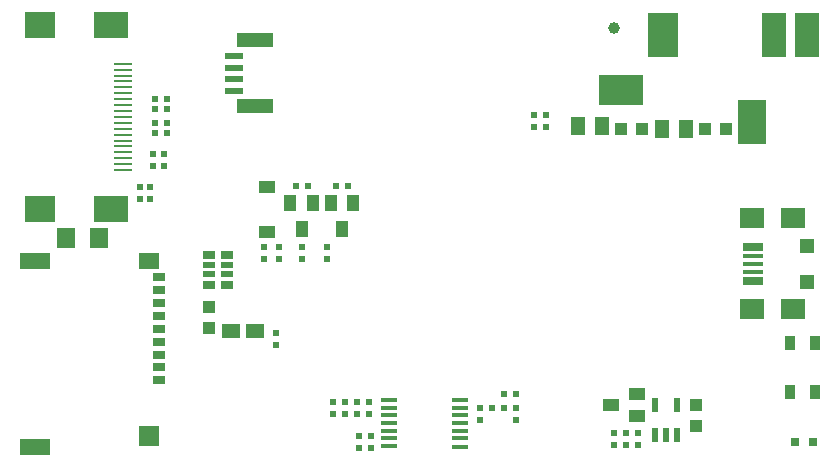
<source format=gbr>
G04 #@! TF.GenerationSoftware,KiCad,Pcbnew,5.1.0-rc2-unknown-036be7d~80~ubuntu16.04.1*
G04 #@! TF.CreationDate,2023-11-01T16:14:12+02:00*
G04 #@! TF.ProjectId,RP2040-PICO-PC_rev_D,52503230-3430-42d5-9049-434f2d50435f,D*
G04 #@! TF.SameCoordinates,Original*
G04 #@! TF.FileFunction,Paste,Top*
G04 #@! TF.FilePolarity,Positive*
%FSLAX46Y46*%
G04 Gerber Fmt 4.6, Leading zero omitted, Abs format (unit mm)*
G04 Created by KiCad (PCBNEW 5.1.0-rc2-unknown-036be7d~80~ubuntu16.04.1) date 2023-11-01 16:14:12*
%MOMM*%
%LPD*%
G04 APERTURE LIST*
%ADD10R,3.700000X2.600000*%
%ADD11R,2.000000X3.699999*%
%ADD12R,2.400000X3.699999*%
%ADD13R,2.600000X3.699999*%
%ADD14R,1.400000X1.000000*%
%ADD15R,2.600000X1.400000*%
%ADD16R,1.800000X1.800000*%
%ADD17R,1.800000X1.400000*%
%ADD18R,1.100000X0.700000*%
%ADD19R,0.550000X0.500000*%
%ADD20R,1.000000X1.400000*%
%ADD21R,0.550000X1.200000*%
%ADD22R,1.270000X1.524000*%
%ADD23R,0.500000X0.550000*%
%ADD24R,1.016000X1.016000*%
%ADD25R,1.600000X1.800000*%
%ADD26R,0.800000X0.800000*%
%ADD27R,1.400000X0.325000*%
%ADD28R,1.524000X1.270000*%
%ADD29R,1.016000X0.508000*%
%ADD30R,1.016000X0.762000*%
%ADD31R,0.904000X1.304000*%
%ADD32R,1.550000X0.600000*%
%ADD33R,3.100000X1.200000*%
%ADD34C,1.000000*%
%ADD35R,1.580000X0.230000*%
%ADD36R,3.000000X2.300000*%
%ADD37R,2.600000X2.300000*%
%ADD38R,1.700000X0.700000*%
%ADD39R,1.700000X0.400000*%
%ADD40R,2.000000X1.700000*%
%ADD41R,1.200000X1.300000*%
G04 APERTURE END LIST*
D10*
X172733000Y-107680000D03*
D11*
X185683000Y-103030000D03*
D12*
X183783000Y-110430000D03*
D13*
X176283000Y-103030000D03*
D11*
X188483000Y-103030000D03*
D14*
X174081440Y-135315960D03*
X174081440Y-133413500D03*
X171871640Y-134368540D03*
D15*
X123135000Y-122198000D03*
X123135000Y-137898000D03*
D16*
X132735000Y-136998000D03*
D17*
X132735000Y-122198000D03*
D18*
X133615000Y-123498000D03*
X133615000Y-124598000D03*
X133615000Y-125698000D03*
X133615000Y-126798000D03*
X133615000Y-127898000D03*
X133615000Y-128998000D03*
X133615000Y-130098000D03*
X133615000Y-131198000D03*
X133615000Y-132298000D03*
D19*
X133096000Y-113157000D03*
X133096000Y-114173000D03*
X142494000Y-121031000D03*
X142494000Y-122047000D03*
D20*
X146618960Y-117256560D03*
X144716500Y-117256560D03*
X145671540Y-119466360D03*
D19*
X150368000Y-134112000D03*
X150368000Y-135128000D03*
X151384000Y-135128000D03*
X151384000Y-134112000D03*
D21*
X175580000Y-136936000D03*
X176530000Y-136936000D03*
X177480000Y-136936000D03*
X175580000Y-134336000D03*
X177480000Y-134336000D03*
D22*
X176149000Y-110998000D03*
X178181000Y-110998000D03*
X169037000Y-110744000D03*
X171069000Y-110744000D03*
D23*
X149606000Y-115824000D03*
X148590000Y-115824000D03*
X146177000Y-115824000D03*
X145161000Y-115824000D03*
D19*
X143764000Y-122047000D03*
X143764000Y-121031000D03*
D20*
X150047960Y-117256560D03*
X148145500Y-117256560D03*
X149100540Y-119466360D03*
D19*
X147828000Y-121031000D03*
X147828000Y-122047000D03*
X145669000Y-121031000D03*
X145669000Y-122047000D03*
X132842000Y-115951000D03*
X132842000Y-116967000D03*
D23*
X133223000Y-111379000D03*
X134239000Y-111379000D03*
X133223000Y-108458000D03*
X134239000Y-108458000D03*
D19*
X131953000Y-115951000D03*
X131953000Y-116967000D03*
D23*
X133223000Y-110490000D03*
X134239000Y-110490000D03*
D19*
X133985000Y-113157000D03*
X133985000Y-114173000D03*
D23*
X133223000Y-109347000D03*
X134239000Y-109347000D03*
D24*
X137795000Y-127889000D03*
X137795000Y-126111000D03*
D25*
X125727000Y-120269000D03*
X128527000Y-120269000D03*
D24*
X179070000Y-134366000D03*
X179070000Y-136144000D03*
D26*
X188976000Y-137541000D03*
X187452000Y-137541000D03*
D19*
X172085000Y-137795000D03*
X172085000Y-136779000D03*
X174117000Y-137795000D03*
X174117000Y-136779000D03*
X173101000Y-136779000D03*
X173101000Y-137795000D03*
X163830000Y-134620000D03*
X163830000Y-135636000D03*
X151511000Y-137033000D03*
X151511000Y-138049000D03*
X149352000Y-135128000D03*
X149352000Y-134112000D03*
D24*
X172720000Y-110998000D03*
X174498000Y-110998000D03*
D23*
X163830000Y-133477000D03*
X162814000Y-133477000D03*
X161798000Y-134620000D03*
X162814000Y-134620000D03*
D19*
X148336000Y-135128000D03*
X148336000Y-134112000D03*
D24*
X181610000Y-110998000D03*
X179832000Y-110998000D03*
D19*
X160782000Y-135636000D03*
X160782000Y-134620000D03*
X150495000Y-137033000D03*
X150495000Y-138049000D03*
D23*
X165354000Y-109855000D03*
X166370000Y-109855000D03*
X166370000Y-110871000D03*
X165354000Y-110871000D03*
D27*
X153083000Y-137840000D03*
X153083000Y-137190000D03*
X153083000Y-136540000D03*
X153083000Y-135890000D03*
X153083000Y-135240000D03*
X153083000Y-134590000D03*
X153083000Y-133940000D03*
X159083000Y-133940000D03*
X159083000Y-134590000D03*
X159083000Y-135240000D03*
X159083000Y-135890000D03*
X159083000Y-136540000D03*
X159083000Y-137190000D03*
X159083000Y-137890000D03*
D14*
X142748000Y-115956000D03*
X142748000Y-119756000D03*
D28*
X141732000Y-128143000D03*
X139700000Y-128143000D03*
D19*
X143510000Y-128270000D03*
X143510000Y-129286000D03*
D29*
X139319000Y-122555000D03*
X139319000Y-123317000D03*
X137795000Y-122555000D03*
X137795000Y-123317000D03*
D30*
X139319000Y-121666000D03*
X137795000Y-121666000D03*
X139319000Y-124206000D03*
X137795000Y-124206000D03*
D31*
X189162000Y-129116000D03*
X189162000Y-133266000D03*
X187012000Y-129116000D03*
X187012000Y-133266000D03*
D32*
X139926000Y-107799000D03*
X139926000Y-106799000D03*
D33*
X141701000Y-109099000D03*
D32*
X139926000Y-104799000D03*
D33*
X141701000Y-103499000D03*
D32*
X139926000Y-105799000D03*
D34*
X172085000Y-102489000D03*
D35*
X130518000Y-114482000D03*
X130518000Y-113982000D03*
X130518000Y-113482000D03*
X130518000Y-112982000D03*
X130518000Y-112482000D03*
X130518000Y-111982000D03*
X130518000Y-111482000D03*
X130518000Y-110982000D03*
X130518000Y-110482000D03*
X130518000Y-109982000D03*
X130518000Y-109482000D03*
X130518000Y-108982000D03*
X130518000Y-108482000D03*
X130518000Y-107982000D03*
X130518000Y-107482000D03*
X130518000Y-106982000D03*
X130518000Y-106482000D03*
X130518000Y-105982000D03*
X130518000Y-105482000D03*
D36*
X129568000Y-117782000D03*
D37*
X123518000Y-117782000D03*
X123518000Y-102182000D03*
D36*
X129568000Y-102182000D03*
D38*
X183896000Y-123878000D03*
X183896000Y-120978000D03*
D39*
X183896000Y-121778000D03*
X183896000Y-123078000D03*
X183896000Y-122428000D03*
D40*
X183851000Y-118578000D03*
D41*
X188471000Y-120928000D03*
X188471000Y-123928000D03*
D40*
X187271000Y-118578000D03*
X183821000Y-126278000D03*
X187271000Y-126278000D03*
M02*

</source>
